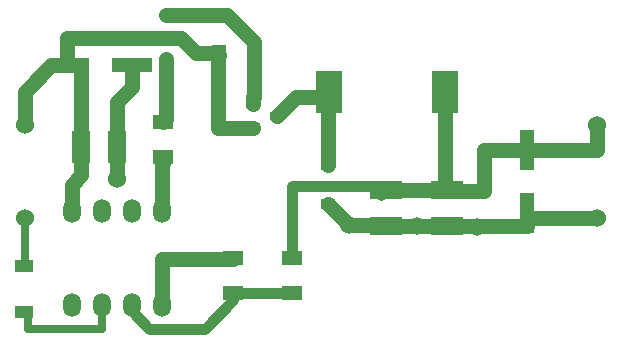
<source format=gtl>
G04 Layer: TopLayer*
G04 EasyEDA Pro v2.2.45.4, 2025-12-13 17:00:57*
G04 Gerber Generator version 0.3*
G04 Scale: 100 percent, Rotated: No, Reflected: No*
G04 Dimensions in millimeters*
G04 Leading zeros omitted, absolute positions, 4 integers and 5 decimals*
G04 Generated by one-click*
%FSLAX45Y45*%
%MOMM*%
%AMPolygonMacro1*4,1,4,0.762,0.508,0.762,-0.508,-0.762,-0.508,-0.762,0.508,0.762,0.508,0*%
%ADD10C,1.524*%
%ADD11PolygonMacro1*%
%ADD12R,1.2X3.49999*%
%ADD13R,2.69999X1.635*%
%ADD14R,3.49999X1.2*%
%ADD15R,1.6410X2.69999*%
%ADD16R,1.635X2.69999*%
%ADD17R,1.2X0.93*%
%ADD18R,1.25001X0.7*%
%ADD19O,1.524X2.0*%
%ADD20R,1.70101X1.20752*%
%ADD21R,1.20752X1.70101*%
%ADD22R,2.2X3.59999*%
%ADD23C,0.61*%
%ADD24C,0.889*%
%ADD25C,1.27*%
%ADD26C,0.635*%
G75*


G04 Pad Start*
G54D10*
G01X863600Y-698500D03*
G01X863600Y-1485900D03*
G01X-3975100Y-698500D03*
G01X-3975100Y-1485900D03*
G01X-3200400Y-1155700D03*
G01X-152400Y-1562100D03*
G01X-1231900Y-1549400D03*
G01X-662236Y-1557487D03*
G54D11*
G01X-3987800Y-2286000D03*
G01X-3987800Y-1892300D03*
G54D12*
G01X270664Y-917125D03*
G01X270664Y-1451135D03*
G54D13*
G01X-404113Y-1254008D03*
G01X-404113Y-1557487D03*
G01X-922171Y-1254008D03*
G01X-922171Y-1557487D03*
G54D14*
G01X-3601800Y-197536D03*
G01X-3067790Y-197536D03*
G54D16*
G01X-3195980Y-885203D03*
G01X-3499460Y-885203D03*
G54D17*
G01X-1409802Y-1041603D03*
G01X-1409802Y-1371600D03*
G54D18*
G01X-2043100Y-527304D03*
G01X-2043100Y-717296D03*
G01X-1843100Y-622300D03*
G54D19*
G01X-3581400Y-2223795D03*
G01X-3581400Y-1433805D03*
G01X-3327400Y-2223795D03*
G01X-3327400Y-1433805D03*
G01X-3073400Y-2223795D03*
G01X-3073400Y-1433805D03*
G01X-2819400Y-2223795D03*
G01X-2819400Y-1433805D03*
G54D20*
G01X-2217754Y-1831627D03*
G01X-2217754Y-2127385D03*
G54D21*
G01X-2039089Y-112080D03*
G01X-2334847Y-112080D03*
G54D20*
G01X-1716518Y-2127385D03*
G01X-1716518Y-1831627D03*
G01X-2806700Y-677621D03*
G01X-2806700Y-973379D03*
G54D22*
G01X-420133Y-418407D03*
G01X-1400131Y-418407D03*
G04 Pad End*

G04 Via Start*
G54D23*
G01X-2781300Y-139700D03*
G01X-2781300Y228600D03*
G04 Via End*

G04 Track Start*
G54D24*
G01X-1716518Y-2123625D02*
G01X-2217754Y-2123625D01*
G54D25*
G01X-3200400Y-1155700D02*
G01X-3195980Y-1151280D01*
G01X-3195980Y-885203D01*
G01X-2341568Y-101600D02*
G01X-2331088Y-112080D01*
G01X-2049767Y-723963D02*
G01X-2341568Y-723977D01*
G01X-2341568Y-101600D01*
G01X-3499460Y-885203D02*
G01X-3499460Y-1124560D01*
G01X-3581400Y-1206500D01*
G01X-3581400Y-1433805D01*
G01X-3195980Y-885203D02*
G01X-3200400Y-880783D01*
G01X-3619500Y-197536D02*
G01X-3601800Y-165655D01*
G01X-3601800Y-197536D01*
G01X-922171Y-1557487D02*
G01X-662236Y-1557487D01*
G01X-404113Y-1557487D01*
G01X-1231900Y-1549400D02*
G01X-1409700Y-1371600D01*
G01X-2819400Y-1433805D02*
G01X-2819400Y-1033120D01*
G01X-930260Y-1549400D02*
G01X-1231900Y-1549400D01*
G01X-922172Y-1557487D02*
G01X-930260Y-1549400D01*
G01X-3753535Y-197535D02*
G01X-3975100Y-419099D01*
G01X-3975100Y-698500D01*
G01X-3067789Y-377140D02*
G01X-3067789Y-197536D01*
G54D24*
G01X-2217754Y-2187125D02*
G01X-2217754Y-2123625D01*
G01X-3073400Y-2223795D02*
G01X-3073400Y-2276155D01*
G01X-2923856Y-2425700D01*
G01X-2456329Y-2425700D01*
G01X-2217754Y-2187125D01*
G54D25*
G01X-3499460Y-197536D02*
G01X-3499460Y-885203D01*
G01X-3601800Y-197536D02*
G01X-3524860Y-197536D01*
G01X-3622131Y34284D02*
G01X-3622132Y-145323D01*
G01X-3601800Y-165655D01*
G01X-2341568Y-101600D02*
G01X-2350452Y-92715D01*
G01X-2530057Y-92716D01*
G01X-2657056Y34284D01*
G01X-3596731Y34284D01*
G01X-2781300Y228600D02*
G01X-2269228Y228600D01*
G01X-2042848Y2220D01*
G01X-3200400Y-509751D02*
G01X-3067789Y-377140D01*
G01X-3200400Y-880783D02*
G01X-3200400Y-509751D01*
G01X-3601800Y-197536D02*
G01X-3753535Y-197536D01*
G01X863600Y-698500D02*
G01X863600Y-917125D01*
G01X-88900Y-1257300D02*
G01X-317500Y-1257300D01*
G01X-342900Y-1231900D01*
G01X270662Y-917125D02*
G01X-88900Y-917125D01*
G01X-88900Y-1257300D01*
G01X-404113Y-1557487D02*
G01X270664Y-1557487D01*
G01X270664Y-1485900D01*
G01X270664Y-1451135D01*
G54D24*
G01X-1035476Y-1216903D02*
G01X-1714500Y-1216903D01*
G01X-1714500Y-1757169D01*
G01X-1716517Y-1759186D01*
G01X-959277Y-1293104D02*
G01X-1035476Y-1216903D01*
G01X-1716517Y-1759186D02*
G01X-1716517Y-1835386D01*
G54D25*
G01X270664Y-1485900D02*
G01X876300Y-1485900D01*
G01X863600Y-917125D02*
G01X270664Y-917125D01*
G01X-2819400Y-2223795D02*
G01X-2819400Y-1835386D01*
G01X-2217754Y-1835386D01*
G01X-2819400Y-1033120D02*
G01X-2806700Y-1020420D01*
G01X-2806700Y-973379D01*
G01X-2781300Y-652221D02*
G01X-2781300Y-139700D01*
G01X-2806700Y-677621D02*
G01X-2781300Y-652221D01*
G01X-1409802Y-481907D02*
G01X-1400131Y-481907D01*
G01X-420133Y-481907D02*
G01X-420133Y-1254008D01*
G01X-404113Y-1254008D01*
G01X-420133Y-1254008D02*
G01X-922171Y-1254008D01*
G01X-1843100Y-622300D02*
G01X-1684453Y-463652D01*
G01X-1409802Y-463652D01*
G01X-1409802Y-481907D01*
G01X-1409802Y-1041603D02*
G01X-1409802Y-481907D01*
G01X-2042848Y2220D02*
G01X-2042848Y-468048D01*
G01X-2043100Y-468300D01*
G01X-2043100Y-527304D01*
G54D26*
G01X-3975100Y-1485900D02*
G01X-3975100Y-1892300D01*
G01X-3987800Y-1892300D01*
G01X-3327400Y-2223795D02*
G01X-3327400Y-2425700D01*
G01X-3949700Y-2425700D01*
G01X-3949700Y-2286000D01*
G01X-3987800Y-2286000D01*
G04 Track End*

M02*


</source>
